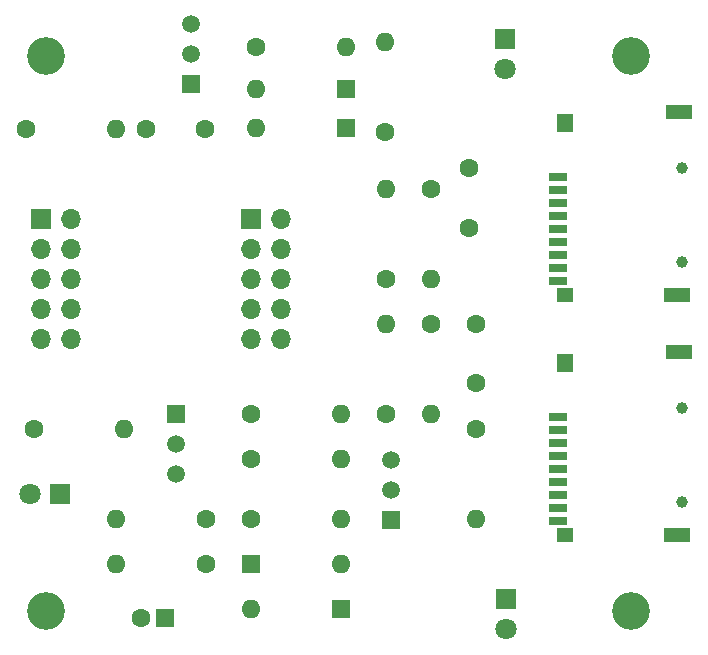
<source format=gbr>
%TF.GenerationSoftware,KiCad,Pcbnew,(6.0.2)*%
%TF.CreationDate,2022-07-07T23:12:26-05:00*%
%TF.ProjectId,ExtCard,45787443-6172-4642-9e6b-696361645f70,rev?*%
%TF.SameCoordinates,Original*%
%TF.FileFunction,Soldermask,Top*%
%TF.FilePolarity,Negative*%
%FSLAX46Y46*%
G04 Gerber Fmt 4.6, Leading zero omitted, Abs format (unit mm)*
G04 Created by KiCad (PCBNEW (6.0.2)) date 2022-07-07 23:12:26*
%MOMM*%
%LPD*%
G01*
G04 APERTURE LIST*
%ADD10R,1.600000X1.600000*%
%ADD11O,1.600000X1.600000*%
%ADD12C,1.600000*%
%ADD13R,1.500000X1.500000*%
%ADD14C,1.500000*%
%ADD15R,1.800000X1.800000*%
%ADD16C,1.800000*%
%ADD17R,1.700000X1.700000*%
%ADD18O,1.700000X1.700000*%
%ADD19C,1.000000*%
%ADD20R,1.400000X1.600000*%
%ADD21R,2.200000X1.200000*%
%ADD22R,1.600000X0.700000*%
%ADD23R,1.400000X1.200000*%
%ADD24C,3.200000*%
G04 APERTURE END LIST*
D10*
%TO.C,D6*%
X89570000Y-132770000D03*
D11*
X97190000Y-132770000D03*
%TD*%
D12*
%TO.C,R2*%
X89570000Y-128960000D03*
D11*
X97190000Y-128960000D03*
%TD*%
D12*
%TO.C,R21*%
X101000000Y-120070000D03*
D11*
X101000000Y-112450000D03*
%TD*%
D10*
%TO.C,D9*%
X97580000Y-95896000D03*
D11*
X89960000Y-95896000D03*
%TD*%
D13*
%TO.C,Q2*%
X83220000Y-120070000D03*
D14*
X83220000Y-122610000D03*
X83220000Y-125150000D03*
%TD*%
D10*
%TO.C,D4*%
X97190000Y-136580000D03*
D11*
X89570000Y-136580000D03*
%TD*%
D12*
%TO.C,R31*%
X85760000Y-132770000D03*
D11*
X78140000Y-132770000D03*
%TD*%
D15*
%TO.C,D5*%
X111020000Y-88290000D03*
D16*
X111020000Y-90830000D03*
%TD*%
D10*
%TO.C,C17*%
X82225112Y-137310000D03*
D12*
X80225112Y-137310000D03*
%TD*%
D13*
%TO.C,Q1*%
X101420000Y-129010000D03*
D14*
X101420000Y-126470000D03*
X101420000Y-123930000D03*
%TD*%
D17*
%TO.C,J3*%
X89570000Y-103560000D03*
D18*
X92110000Y-103560000D03*
X89570000Y-106100000D03*
X92110000Y-106100000D03*
X89570000Y-108640000D03*
X92110000Y-108640000D03*
X89570000Y-111180000D03*
X92110000Y-111180000D03*
X89570000Y-113720000D03*
X92110000Y-113720000D03*
%TD*%
D12*
%TO.C,R25*%
X104810000Y-101020000D03*
D11*
X104810000Y-108640000D03*
%TD*%
D12*
%TO.C,R1*%
X89570000Y-120070000D03*
D11*
X97190000Y-120070000D03*
%TD*%
D13*
%TO.C,Q3*%
X84490000Y-92130000D03*
D14*
X84490000Y-89590000D03*
X84490000Y-87050000D03*
%TD*%
D19*
%TO.C,U13*%
X126040000Y-99240000D03*
X126040000Y-107240000D03*
D20*
X116140000Y-95440000D03*
D21*
X125640000Y-110040000D03*
D22*
X115540000Y-100040000D03*
X115540000Y-101140000D03*
X115540000Y-102240000D03*
X115540000Y-103340000D03*
X115540000Y-104440000D03*
X115540000Y-105540000D03*
X115540000Y-106640000D03*
X115540000Y-107740000D03*
X115540000Y-108840000D03*
D23*
X116140000Y-110040000D03*
D21*
X125740000Y-94540000D03*
%TD*%
D12*
%TO.C,C7*%
X108010000Y-104290000D03*
X108010000Y-99290000D03*
%TD*%
%TO.C,R5*%
X70520000Y-95940000D03*
D11*
X78140000Y-95940000D03*
%TD*%
D12*
%TO.C,R32*%
X108620000Y-121340000D03*
D11*
X108620000Y-128960000D03*
%TD*%
D17*
%TO.C,J1*%
X71790000Y-103560000D03*
D18*
X74330000Y-103560000D03*
X71790000Y-106100000D03*
X74330000Y-106100000D03*
X71790000Y-108640000D03*
X74330000Y-108640000D03*
X71790000Y-111180000D03*
X74330000Y-111180000D03*
X71790000Y-113720000D03*
X74330000Y-113720000D03*
%TD*%
D12*
%TO.C,R22*%
X104810000Y-112450000D03*
D11*
X104810000Y-120070000D03*
%TD*%
D12*
%TO.C,R3*%
X71180000Y-121330000D03*
D11*
X78800000Y-121330000D03*
%TD*%
D12*
%TO.C,R4*%
X89570000Y-123880000D03*
D11*
X97190000Y-123880000D03*
%TD*%
D12*
%TO.C,R23*%
X85760000Y-128960000D03*
D11*
X78140000Y-128960000D03*
%TD*%
D12*
%TO.C,R24*%
X101000000Y-108640000D03*
D11*
X101000000Y-101020000D03*
%TD*%
D15*
%TO.C,D7*%
X111160000Y-135720000D03*
D16*
X111160000Y-138260000D03*
%TD*%
D21*
%TO.C,U12*%
X125640000Y-130360000D03*
D19*
X126040000Y-119560000D03*
X126040000Y-127560000D03*
D20*
X116140000Y-115760000D03*
D22*
X115540000Y-120360000D03*
X115540000Y-121460000D03*
X115540000Y-122560000D03*
X115540000Y-123660000D03*
X115540000Y-124760000D03*
X115540000Y-125860000D03*
X115540000Y-126960000D03*
X115540000Y-128060000D03*
X115540000Y-129160000D03*
D23*
X116140000Y-130360000D03*
D21*
X125740000Y-114860000D03*
%TD*%
D12*
%TO.C,C6*%
X108620000Y-112450000D03*
X108620000Y-117450000D03*
%TD*%
D15*
%TO.C,D3*%
X73355000Y-126890000D03*
D16*
X70815000Y-126890000D03*
%TD*%
D24*
%TO.C,H1*%
X72180000Y-136790000D03*
%TD*%
D12*
%TO.C,C16*%
X80680000Y-95940000D03*
X85680000Y-95940000D03*
%TD*%
%TO.C,R30*%
X89960000Y-89038000D03*
D11*
X97580000Y-89038000D03*
%TD*%
D10*
%TO.C,D8*%
X97580000Y-92594000D03*
D11*
X89960000Y-92594000D03*
%TD*%
D12*
%TO.C,R33*%
X100930000Y-96240000D03*
D11*
X100930000Y-88620000D03*
%TD*%
D24*
%TO.C,H4*%
X121710000Y-89800000D03*
%TD*%
%TO.C,H3*%
X121710000Y-136790000D03*
%TD*%
%TO.C,H2*%
X72180000Y-89800000D03*
%TD*%
M02*

</source>
